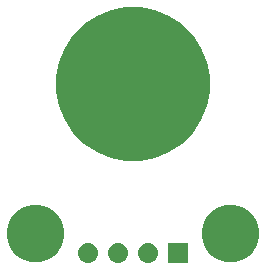
<source format=gbs>
G04 #@! TF.GenerationSoftware,KiCad,Pcbnew,5.0.2-bee76a0~70~ubuntu18.04.1*
G04 #@! TF.CreationDate,2019-03-21T18:00:55+01:00*
G04 #@! TF.ProjectId,touchsense7,746f7563-6873-4656-9e73-65372e6b6963,0_1*
G04 #@! TF.SameCoordinates,PX19fb9c8PY2c219b8*
G04 #@! TF.FileFunction,Soldermask,Bot*
G04 #@! TF.FilePolarity,Negative*
%FSLAX46Y46*%
G04 Gerber Fmt 4.6, Leading zero omitted, Abs format (unit mm)*
G04 Created by KiCad (PCBNEW 5.0.2-bee76a0~70~ubuntu18.04.1) date 2019-03-21T18:00:55 CET*
%MOMM*%
%LPD*%
G01*
G04 APERTURE LIST*
%ADD10C,0.100000*%
G04 APERTURE END LIST*
D10*
G36*
X15515000Y1210000D02*
X13815000Y1210000D01*
X13815000Y2910000D01*
X15515000Y2910000D01*
X15515000Y1210000D01*
X15515000Y1210000D01*
G37*
G36*
X12291630Y2897701D02*
X12451855Y2849097D01*
X12599520Y2770169D01*
X12728949Y2663949D01*
X12835169Y2534520D01*
X12914097Y2386855D01*
X12962701Y2226630D01*
X12979112Y2060000D01*
X12962701Y1893370D01*
X12914097Y1733145D01*
X12835169Y1585480D01*
X12728949Y1456051D01*
X12599520Y1349831D01*
X12451855Y1270903D01*
X12291630Y1222299D01*
X12166752Y1210000D01*
X12083248Y1210000D01*
X11958370Y1222299D01*
X11798145Y1270903D01*
X11650480Y1349831D01*
X11521051Y1456051D01*
X11414831Y1585480D01*
X11335903Y1733145D01*
X11287299Y1893370D01*
X11270888Y2060000D01*
X11287299Y2226630D01*
X11335903Y2386855D01*
X11414831Y2534520D01*
X11521051Y2663949D01*
X11650480Y2770169D01*
X11798145Y2849097D01*
X11958370Y2897701D01*
X12083248Y2910000D01*
X12166752Y2910000D01*
X12291630Y2897701D01*
X12291630Y2897701D01*
G37*
G36*
X9751630Y2897701D02*
X9911855Y2849097D01*
X10059520Y2770169D01*
X10188949Y2663949D01*
X10295169Y2534520D01*
X10374097Y2386855D01*
X10422701Y2226630D01*
X10439112Y2060000D01*
X10422701Y1893370D01*
X10374097Y1733145D01*
X10295169Y1585480D01*
X10188949Y1456051D01*
X10059520Y1349831D01*
X9911855Y1270903D01*
X9751630Y1222299D01*
X9626752Y1210000D01*
X9543248Y1210000D01*
X9418370Y1222299D01*
X9258145Y1270903D01*
X9110480Y1349831D01*
X8981051Y1456051D01*
X8874831Y1585480D01*
X8795903Y1733145D01*
X8747299Y1893370D01*
X8730888Y2060000D01*
X8747299Y2226630D01*
X8795903Y2386855D01*
X8874831Y2534520D01*
X8981051Y2663949D01*
X9110480Y2770169D01*
X9258145Y2849097D01*
X9418370Y2897701D01*
X9543248Y2910000D01*
X9626752Y2910000D01*
X9751630Y2897701D01*
X9751630Y2897701D01*
G37*
G36*
X7211630Y2897701D02*
X7371855Y2849097D01*
X7519520Y2770169D01*
X7648949Y2663949D01*
X7755169Y2534520D01*
X7834097Y2386855D01*
X7882701Y2226630D01*
X7899112Y2060000D01*
X7882701Y1893370D01*
X7834097Y1733145D01*
X7755169Y1585480D01*
X7648949Y1456051D01*
X7519520Y1349831D01*
X7371855Y1270903D01*
X7211630Y1222299D01*
X7086752Y1210000D01*
X7003248Y1210000D01*
X6878370Y1222299D01*
X6718145Y1270903D01*
X6570480Y1349831D01*
X6441051Y1456051D01*
X6334831Y1585480D01*
X6255903Y1733145D01*
X6207299Y1893370D01*
X6190888Y2060000D01*
X6207299Y2226630D01*
X6255903Y2386855D01*
X6334831Y2534520D01*
X6441051Y2663949D01*
X6570480Y2770169D01*
X6718145Y2849097D01*
X6878370Y2897701D01*
X7003248Y2910000D01*
X7086752Y2910000D01*
X7211630Y2897701D01*
X7211630Y2897701D01*
G37*
G36*
X19432543Y6111362D02*
X19807347Y6036809D01*
X20248668Y5854008D01*
X20645848Y5588621D01*
X20983621Y5250848D01*
X21249008Y4853668D01*
X21431809Y4412347D01*
X21525000Y3943842D01*
X21525000Y3466158D01*
X21431809Y2997653D01*
X21249008Y2556332D01*
X20983621Y2159152D01*
X20645848Y1821379D01*
X20248668Y1555992D01*
X19807347Y1373191D01*
X19432543Y1298638D01*
X19338843Y1280000D01*
X18861157Y1280000D01*
X18767457Y1298638D01*
X18392653Y1373191D01*
X17951332Y1555992D01*
X17554152Y1821379D01*
X17216379Y2159152D01*
X16950992Y2556332D01*
X16768191Y2997653D01*
X16675000Y3466158D01*
X16675000Y3943842D01*
X16768191Y4412347D01*
X16950992Y4853668D01*
X17216379Y5250848D01*
X17554152Y5588621D01*
X17951332Y5854008D01*
X18392653Y6036809D01*
X18767457Y6111362D01*
X18861157Y6130000D01*
X19338843Y6130000D01*
X19432543Y6111362D01*
X19432543Y6111362D01*
G37*
G36*
X2942543Y6111362D02*
X3317347Y6036809D01*
X3758668Y5854008D01*
X4155848Y5588621D01*
X4493621Y5250848D01*
X4759008Y4853668D01*
X4941809Y4412347D01*
X5035000Y3943842D01*
X5035000Y3466158D01*
X4941809Y2997653D01*
X4759008Y2556332D01*
X4493621Y2159152D01*
X4155848Y1821379D01*
X3758668Y1555992D01*
X3317347Y1373191D01*
X2942543Y1298638D01*
X2848843Y1280000D01*
X2371157Y1280000D01*
X2277457Y1298638D01*
X1902653Y1373191D01*
X1461332Y1555992D01*
X1064152Y1821379D01*
X726379Y2159152D01*
X460992Y2556332D01*
X278191Y2997653D01*
X185000Y3466158D01*
X185000Y3943842D01*
X278191Y4412347D01*
X460992Y4853668D01*
X726379Y5250848D01*
X1064152Y5588621D01*
X1461332Y5854008D01*
X1902653Y6036809D01*
X2277457Y6111362D01*
X2371157Y6130000D01*
X2848843Y6130000D01*
X2942543Y6111362D01*
X2942543Y6111362D01*
G37*
G36*
X12332385Y22698473D02*
X12750980Y22615209D01*
X13933905Y22125226D01*
X14994910Y21416285D01*
X14998512Y21413878D01*
X15903878Y20508512D01*
X15903880Y20508509D01*
X16615226Y19443905D01*
X17105209Y18260980D01*
X17355000Y17005194D01*
X17355000Y15724806D01*
X17105209Y14469020D01*
X16615226Y13286095D01*
X15906285Y12225090D01*
X15903878Y12221488D01*
X14998512Y11316122D01*
X14998509Y11316120D01*
X13933905Y10604774D01*
X12750980Y10114791D01*
X12332385Y10031527D01*
X11495196Y9865000D01*
X10214804Y9865000D01*
X9377615Y10031527D01*
X8959020Y10114791D01*
X7776095Y10604774D01*
X6711491Y11316120D01*
X6711488Y11316122D01*
X5806122Y12221488D01*
X5803715Y12225090D01*
X5094774Y13286095D01*
X4604791Y14469020D01*
X4355000Y15724806D01*
X4355000Y17005194D01*
X4604791Y18260980D01*
X5094774Y19443905D01*
X5806120Y20508509D01*
X5806122Y20508512D01*
X6711488Y21413878D01*
X6715090Y21416285D01*
X7776095Y22125226D01*
X8959020Y22615209D01*
X9377615Y22698473D01*
X10214804Y22865000D01*
X11495196Y22865000D01*
X12332385Y22698473D01*
X12332385Y22698473D01*
G37*
M02*

</source>
